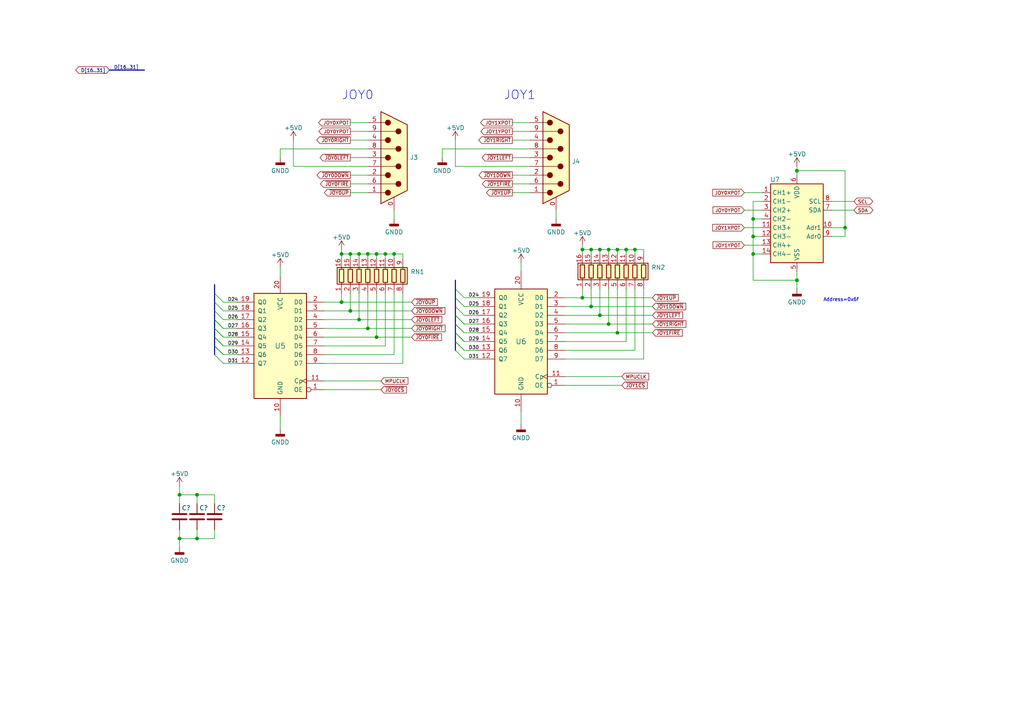
<source format=kicad_sch>
(kicad_sch (version 20211123) (generator eeschema)
  (paper "A4")
  (title_block (title "MAXI09 main board") (date "2015-09-16") (rev "1") (company "Lawrence Manning") (comment 1 "http://aslak3.blogspot.co.uk/"))
  (lib_symbols
    (symbol "74xx:74LS574" (pin_names (offset 1.016))
      (property "Reference" "U" (at -7.62 16.51 0))
      (property "Value" "74LS574" (at -7.62 -16.51 0))
      (symbol "74LS574_1_0"
        (pin input inverted (at -12.7 -12.7 0) (length 5.08) (name "OE") (number "1"))
        (pin power_in line (at 0 -20.32 90) (length 5.08) (name "GND") (number "10"))
        (pin input clock (at -12.7 -10.16 0) (length 5.08) (name "Cp") (number "11"))
        (pin tri_state line (at 12.7 -5.08 180) (length 5.08) (name "Q7") (number "12"))
        (pin tri_state line (at 12.7 -2.54 180) (length 5.08) (name "Q6") (number "13"))
        (pin tri_state line (at 12.7 0 180) (length 5.08) (name "Q5") (number "14"))
        (pin tri_state line (at 12.7 2.54 180) (length 5.08) (name "Q4") (number "15"))
        (pin tri_state line (at 12.7 5.08 180) (length 5.08) (name "Q3") (number "16"))
        (pin tri_state line (at 12.7 7.62 180) (length 5.08) (name "Q2") (number "17"))
        (pin tri_state line (at 12.7 10.16 180) (length 5.08) (name "Q1") (number "18"))
        (pin tri_state line (at 12.7 12.7 180) (length 5.08) (name "Q0") (number "19"))
        (pin input line (at -12.7 12.7 0) (length 5.08) (name "D0") (number "2"))
        (pin power_in line (at 0 20.32 270) (length 5.08) (name "VCC") (number "20"))
        (pin input line (at -12.7 10.16 0) (length 5.08) (name "D1") (number "3"))
        (pin input line (at -12.7 7.62 0) (length 5.08) (name "D2") (number "4"))
        (pin input line (at -12.7 5.08 0) (length 5.08) (name "D3") (number "5"))
        (pin input line (at -12.7 2.54 0) (length 5.08) (name "D4") (number "6"))
        (pin input line (at -12.7 0 0) (length 5.08) (name "D5") (number "7"))
        (pin input line (at -12.7 -2.54 0) (length 5.08) (name "D6") (number "8"))
        (pin input line (at -12.7 -5.08 0) (length 5.08) (name "D7") (number "9"))
      )
      (symbol "74LS574_1_1"
        (rectangle (start -7.62 15.24) (end 7.62 -15.24) (stroke (width 0.254)) (fill (type background)))
      )
    )
    (symbol "Analog_ADC:MCP3428"
      (property "Reference" "U" (at -3.81 11.43 0))
      (property "Value" "MCP3428" (at 2.54 11.43 0))
      (symbol "MCP3428_0_1"
        (rectangle (start -7.62 10.16) (end 7.62 -12.7) (stroke (width 0.254)) (fill (type background)))
      )
      (symbol "MCP3428_1_1"
        (pin input line (at -10.16 7.62 0) (length 2.54) (name "CH1+") (number "1"))
        (pin input line (at 10.16 -2.54 180) (length 2.54) (name "Adr1") (number "10"))
        (pin input line (at -10.16 -2.54 0) (length 2.54) (name "CH3+") (number "11"))
        (pin input line (at -10.16 -5.08 0) (length 2.54) (name "CH3-") (number "12"))
        (pin input line (at -10.16 -7.62 0) (length 2.54) (name "CH4+") (number "13"))
        (pin input line (at -10.16 -10.16 0) (length 2.54) (name "CH4-") (number "14"))
        (pin input line (at -10.16 5.08 0) (length 2.54) (name "CH1-") (number "2"))
        (pin input line (at -10.16 2.54 0) (length 2.54) (name "CH2+") (number "3"))
        (pin input line (at -10.16 0 0) (length 2.54) (name "CH2-") (number "4"))
        (pin power_in line (at 0 -15.24 90) (length 2.54) (name "VSS") (number "5"))
        (pin power_in line (at 0 12.7 270) (length 2.54) (name "VDD") (number "6"))
        (pin bidirectional line (at 10.16 2.54 180) (length 2.54) (name "SDA") (number "7"))
        (pin input line (at 10.16 5.08 180) (length 2.54) (name "SCL") (number "8"))
        (pin input line (at 10.16 -5.08 180) (length 2.54) (name "Adr0") (number "9"))
      )
    )
    (symbol "Connector:DB9_Male_MountingHoles" (pin_names (offset 1.016) hide)
      (property "Reference" "J" (at 0 16.51 0))
      (property "Value" "DB9_Male_MountingHoles" (at 0 14.605 0))
      (symbol "DB9_Male_MountingHoles_0_1"
        (circle (center -1.778 -10.16) (radius 0.762) (fill (type outline)))
        (circle (center -1.778 -5.08) (radius 0.762) (fill (type outline)))
        (circle (center -1.778 0) (radius 0.762) (fill (type outline)))
        (circle (center -1.778 5.08) (radius 0.762) (fill (type outline)))
        (circle (center -1.778 10.16) (radius 0.762) (fill (type outline)))
        (polyline (pts (xy -3.81 -10.16) (xy -2.54 -10.16)))
        (polyline (pts (xy -3.81 -7.62) (xy 0.508 -7.62)))
        (polyline (pts (xy -3.81 -5.08) (xy -2.54 -5.08)))
        (polyline (pts (xy -3.81 -2.54) (xy 0.508 -2.54)))
        (polyline (pts (xy -3.81 0) (xy -2.54 0)))
        (polyline (pts (xy -3.81 2.54) (xy 0.508 2.54)))
        (polyline (pts (xy -3.81 5.08) (xy -2.54 5.08)))
        (polyline (pts (xy -3.81 7.62) (xy 0.508 7.62)))
        (polyline (pts (xy -3.81 10.16) (xy -2.54 10.16)))
        (polyline (pts (xy -3.81 -13.335) (xy -3.81 13.335) (xy 3.81 9.525) (xy 3.81 -9.525) (xy -3.81 -13.335)) (stroke (width 0.254)) (fill (type background)))
        (circle (center 1.27 -7.62) (radius 0.762) (fill (type outline)))
        (circle (center 1.27 -2.54) (radius 0.762) (fill (type outline)))
        (circle (center 1.27 2.54) (radius 0.762) (fill (type outline)))
        (circle (center 1.27 7.62) (radius 0.762) (fill (type outline)))
      )
      (symbol "DB9_Male_MountingHoles_1_1"
        (pin passive line (at 0 -15.24 90) (length 3.81) (name "PAD") (number "0"))
        (pin passive line (at -7.62 -10.16 0) (length 3.81) (name "1") (number "1"))
        (pin passive line (at -7.62 -5.08 0) (length 3.81) (name "2") (number "2"))
        (pin passive line (at -7.62 0 0) (length 3.81) (name "3") (number "3"))
        (pin passive line (at -7.62 5.08 0) (length 3.81) (name "4") (number "4"))
        (pin passive line (at -7.62 10.16 0) (length 3.81) (name "5") (number "5"))
        (pin passive line (at -7.62 -7.62 0) (length 3.81) (name "6") (number "6"))
        (pin passive line (at -7.62 -2.54 0) (length 3.81) (name "7") (number "7"))
        (pin passive line (at -7.62 2.54 0) (length 3.81) (name "8") (number "8"))
        (pin passive line (at -7.62 7.62 0) (length 3.81) (name "9") (number "9"))
      )
    )
    (symbol "Device:C" (pin_numbers hide) (pin_names (offset 0.254))
      (property "Reference" "C" (at 0.635 2.54 0))
      (property "Value" "C" (at 0.635 -2.54 0))
      (symbol "C_0_1"
        (polyline (pts (xy -2.032 -0.762) (xy 2.032 -0.762)) (stroke (width 0.508)))
        (polyline (pts (xy -2.032 0.762) (xy 2.032 0.762)) (stroke (width 0.508)))
      )
      (symbol "C_1_1"
        (pin passive line (at 0 3.81 270) (length 2.794) (name "~") (number "1"))
        (pin passive line (at 0 -3.81 90) (length 2.794) (name "~") (number "2"))
      )
    )
    (symbol "Device:R_Pack08" (pin_names (offset 0) hide)
      (property "Reference" "RN" (at -12.7 0 90))
      (property "Value" "R_Pack08" (at 10.16 0 90))
      (symbol "R_Pack08_0_1"
        (rectangle (start -11.43 -2.413) (end 8.89 2.413) (stroke (width 0.254)) (fill (type background)))
        (rectangle (start -10.795 1.905) (end -9.525 -1.905) (stroke (width 0.254)))
        (rectangle (start -8.255 1.905) (end -6.985 -1.905) (stroke (width 0.254)))
        (rectangle (start -5.715 1.905) (end -4.445 -1.905) (stroke (width 0.254)))
        (rectangle (start -3.175 1.905) (end -1.905 -1.905) (stroke (width 0.254)))
        (rectangle (start -0.635 1.905) (end 0.635 -1.905) (stroke (width 0.254)))
        (polyline (pts (xy -10.16 -2.54) (xy -10.16 -1.905)))
        (polyline (pts (xy -10.16 1.905) (xy -10.16 2.54)))
        (polyline (pts (xy -7.62 -2.54) (xy -7.62 -1.905)))
        (polyline (pts (xy -7.62 1.905) (xy -7.62 2.54)))
        (polyline (pts (xy -5.08 -2.54) (xy -5.08 -1.905)))
        (polyline (pts (xy -5.08 1.905) (xy -5.08 2.54)))
        (polyline (pts (xy -2.54 -2.54) (xy -2.54 -1.905)))
        (polyline (pts (xy -2.54 1.905) (xy -2.54 2.54)))
        (polyline (pts (xy 0 -2.54) (xy 0 -1.905)))
        (polyline (pts (xy 0 1.905) (xy 0 2.54)))
        (polyline (pts (xy 2.54 -2.54) (xy 2.54 -1.905)))
        (polyline (pts (xy 2.54 1.905) (xy 2.54 2.54)))
        (polyline (pts (xy 5.08 -2.54) (xy 5.08 -1.905)))
        (polyline (pts (xy 5.08 1.905) (xy 5.08 2.54)))
        (polyline (pts (xy 7.62 -2.54) (xy 7.62 -1.905)))
        (polyline (pts (xy 7.62 1.905) (xy 7.62 2.54)))
        (rectangle (start 1.905 1.905) (end 3.175 -1.905) (stroke (width 0.254)))
        (rectangle (start 4.445 1.905) (end 5.715 -1.905) (stroke (width 0.254)))
        (rectangle (start 6.985 1.905) (end 8.255 -1.905) (stroke (width 0.254)))
      )
      (symbol "R_Pack08_1_1"
        (pin passive line (at -10.16 -5.08 90) (length 2.54) (name "R1.1") (number "1"))
        (pin passive line (at 5.08 5.08 270) (length 2.54) (name "R7.2") (number "10"))
        (pin passive line (at 2.54 5.08 270) (length 2.54) (name "R6.2") (number "11"))
        (pin passive line (at 0 5.08 270) (length 2.54) (name "R5.2") (number "12"))
        (pin passive line (at -2.54 5.08 270) (length 2.54) (name "R4.2") (number "13"))
        (pin passive line (at -5.08 5.08 270) (length 2.54) (name "R3.2") (number "14"))
        (pin passive line (at -7.62 5.08 270) (length 2.54) (name "R2.2") (number "15"))
        (pin passive line (at -10.16 5.08 270) (length 2.54) (name "R1.2") (number "16"))
        (pin passive line (at -7.62 -5.08 90) (length 2.54) (name "R2.1") (number "2"))
        (pin passive line (at -5.08 -5.08 90) (length 2.54) (name "R3.1") (number "3"))
        (pin passive line (at -2.54 -5.08 90) (length 2.54) (name "R4.1") (number "4"))
        (pin passive line (at 0 -5.08 90) (length 2.54) (name "R5.1") (number "5"))
        (pin passive line (at 2.54 -5.08 90) (length 2.54) (name "R6.1") (number "6"))
        (pin passive line (at 5.08 -5.08 90) (length 2.54) (name "R7.1") (number "7"))
        (pin passive line (at 7.62 -5.08 90) (length 2.54) (name "R8.1") (number "8"))
        (pin passive line (at 7.62 5.08 270) (length 2.54) (name "R8.2") (number "9"))
      )
    )
    (symbol "power:+5VD" (power) (pin_names (offset 0))
      (property "Value" "+5VD" (at 0 3.556 0))
      (symbol "+5VD_0_1"
        (polyline (pts (xy -0.762 1.27) (xy 0 2.54)))
        (polyline (pts (xy 0 0) (xy 0 2.54)))
        (polyline (pts (xy 0 2.54) (xy 0.762 1.27)))
      )
      (symbol "+5VD_1_1"
        (pin power_in line (at 0 0 90) (length 0) hide (name "+5VD") (number "1"))
      )
    )
    (symbol "power:GNDD" (power) (pin_names (offset 0))
      (property "Value" "GNDD" (at 0 -3.175 0))
      (symbol "GNDD_0_1"
        (rectangle (start -1.27 -1.524) (end 1.27 -2.032) (stroke (width 0.254)) (fill (type outline)))
        (polyline (pts (xy 0 0) (xy 0 -1.524)))
      )
      (symbol "GNDD_1_1"
        (pin power_in line (at 0 0 270) (length 0) hide (name "GNDD") (number "1"))
      )
    )
  )
  (junction (at 52.07 156.21))
  (junction (at 99.06 73.66))
  (junction (at 181.61 72.39))
  (junction (at 231.14 49.53))
  (junction (at 176.53 72.39))
  (junction (at 231.14 81.28))
  (junction (at 171.45 88.9))
  (junction (at 218.44 63.5))
  (junction (at 106.68 73.66))
  (junction (at 245.11 66.04))
  (junction (at 176.53 93.98))
  (junction (at 99.06 87.63))
  (junction (at 218.44 73.66))
  (junction (at 171.45 72.39))
  (junction (at 109.22 73.66))
  (junction (at 168.91 72.39))
  (junction (at 218.44 68.58))
  (junction (at 173.99 91.44))
  (junction (at 52.07 143.51))
  (junction (at 179.07 96.52))
  (junction (at 104.14 92.71))
  (junction (at 57.15 143.51))
  (junction (at 57.15 156.21))
  (junction (at 168.91 86.36))
  (junction (at 101.6 73.66))
  (junction (at 106.68 95.25))
  (junction (at 104.14 73.66))
  (junction (at 109.22 97.79))
  (junction (at 114.3 73.66))
  (junction (at 101.6 90.17))
  (junction (at 173.99 72.39))
  (junction (at 111.76 73.66))
  (junction (at 184.15 72.39))
  (junction (at 179.07 72.39))
  (bus_entry (at 132.08 91.44) (size 2.54 2.54))
  (bus_entry (at 62.23 92.71) (size 2.54 2.54))
  (bus_entry (at 62.23 102.87) (size 2.54 2.54))
  (bus_entry (at 62.23 100.33) (size 2.54 2.54))
  (bus_entry (at 132.08 83.82) (size 2.54 2.54))
  (bus_entry (at 132.08 91.44) (size 2.54 2.54))
  (bus_entry (at 62.23 95.25) (size 2.54 2.54))
  (bus_entry (at 132.08 99.06) (size 2.54 2.54))
  (bus_entry (at 132.08 96.52) (size 2.54 2.54))
  (bus_entry (at 132.08 93.98) (size 2.54 2.54))
  (bus_entry (at 62.23 100.33) (size 2.54 2.54))
  (bus_entry (at 62.23 97.79) (size 2.54 2.54))
  (bus_entry (at 62.23 90.17) (size 2.54 2.54))
  (bus_entry (at 62.23 87.63) (size 2.54 2.54))
  (bus_entry (at 132.08 93.98) (size 2.54 2.54))
  (bus_entry (at 132.08 99.06) (size 2.54 2.54))
  (bus_entry (at 62.23 95.25) (size 2.54 2.54))
  (bus_entry (at 132.08 101.6) (size 2.54 2.54))
  (bus_entry (at 132.08 86.36) (size 2.54 2.54))
  (bus_entry (at 62.23 85.09) (size 2.54 2.54))
  (bus_entry (at 132.08 96.52) (size 2.54 2.54))
  (bus_entry (at 62.23 92.71) (size 2.54 2.54))
  (bus_entry (at 132.08 88.9) (size 2.54 2.54))
  (bus_entry (at 62.23 97.79) (size 2.54 2.54))
  (wire (pts (xy 64.77 100.33) (xy 68.58 100.33)))
  (wire (pts (xy 153.67 50.8) (xy 148.59 50.8)))
  (wire (pts (xy 93.98 95.25) (xy 106.68 95.25)))
  (wire (pts (xy 114.3 74.93) (xy 114.3 73.66)))
  (bus (pts (xy 132.08 83.82) (xy 132.08 86.36)))
  (wire (pts (xy 184.15 73.66) (xy 184.15 72.39)))
  (wire (pts (xy 179.07 96.52) (xy 189.23 96.52)))
  (wire (pts (xy 163.83 99.06) (xy 181.61 99.06)))
  (wire (pts (xy 163.83 96.52) (xy 179.07 96.52)))
  (wire (pts (xy 134.62 86.36) (xy 138.43 86.36)))
  (wire (pts (xy 134.62 91.44) (xy 138.43 91.44)))
  (wire (pts (xy 106.68 55.88) (xy 101.6 55.88)))
  (wire (pts (xy 163.83 109.22) (xy 180.34 109.22)))
  (wire (pts (xy 134.62 101.6) (xy 138.43 101.6)))
  (wire (pts (xy 116.84 73.66) (xy 116.84 74.93)))
  (wire (pts (xy 241.3 60.96) (xy 247.65 60.96)))
  (wire (pts (xy 99.06 85.09) (xy 99.06 87.63)))
  (wire (pts (xy 128.27 43.18) (xy 128.27 45.72)))
  (wire (pts (xy 52.07 156.21) (xy 52.07 158.75)))
  (wire (pts (xy 245.11 66.04) (xy 245.11 68.58)))
  (wire (pts (xy 111.76 100.33) (xy 111.76 85.09)))
  (bus (pts (xy 132.08 88.9) (xy 132.08 91.44)))
  (wire (pts (xy 241.3 68.58) (xy 245.11 68.58)))
  (wire (pts (xy 81.28 77.47) (xy 81.28 80.01)))
  (wire (pts (xy 218.44 81.28) (xy 231.14 81.28)))
  (wire (pts (xy 181.61 99.06) (xy 181.61 83.82)))
  (wire (pts (xy 148.59 35.56) (xy 153.67 35.56)))
  (wire (pts (xy 64.77 97.79) (xy 68.58 97.79)))
  (wire (pts (xy 62.23 153.67) (xy 62.23 156.21)))
  (wire (pts (xy 93.98 105.41) (xy 116.84 105.41)))
  (wire (pts (xy 176.53 72.39) (xy 179.07 72.39)))
  (wire (pts (xy 134.62 93.98) (xy 138.43 93.98)))
  (wire (pts (xy 106.68 53.34) (xy 101.6 53.34)))
  (wire (pts (xy 215.9 55.88) (xy 220.98 55.88)))
  (wire (pts (xy 93.98 110.49) (xy 110.49 110.49)))
  (wire (pts (xy 62.23 143.51) (xy 57.15 143.51)))
  (wire (pts (xy 231.14 48.26) (xy 231.14 49.53)))
  (wire (pts (xy 114.3 73.66) (xy 116.84 73.66)))
  (bus (pts (xy 132.08 91.44) (xy 132.08 93.98)))
  (wire (pts (xy 163.83 86.36) (xy 168.91 86.36)))
  (wire (pts (xy 168.91 71.12) (xy 168.91 72.39)))
  (wire (pts (xy 106.68 73.66) (xy 109.22 73.66)))
  (bus (pts (xy 62.23 90.17) (xy 62.23 92.71)))
  (wire (pts (xy 168.91 86.36) (xy 189.23 86.36)))
  (wire (pts (xy 64.77 87.63) (xy 68.58 87.63)))
  (wire (pts (xy 93.98 92.71) (xy 104.14 92.71)))
  (wire (pts (xy 171.45 88.9) (xy 189.23 88.9)))
  (wire (pts (xy 231.14 83.82) (xy 231.14 81.28)))
  (wire (pts (xy 163.83 111.76) (xy 180.34 111.76)))
  (wire (pts (xy 52.07 143.51) (xy 52.07 146.05)))
  (wire (pts (xy 93.98 100.33) (xy 111.76 100.33)))
  (bus (pts (xy 62.23 92.71) (xy 62.23 95.25)))
  (wire (pts (xy 101.6 90.17) (xy 119.38 90.17)))
  (wire (pts (xy 231.14 81.28) (xy 231.14 78.74)))
  (wire (pts (xy 220.98 73.66) (xy 218.44 73.66)))
  (wire (pts (xy 85.09 48.26) (xy 85.09 40.64)))
  (wire (pts (xy 241.3 66.04) (xy 245.11 66.04)))
  (bus (pts (xy 62.23 85.09) (xy 62.23 87.63)))
  (wire (pts (xy 153.67 45.72) (xy 148.59 45.72)))
  (wire (pts (xy 57.15 156.21) (xy 52.07 156.21)))
  (wire (pts (xy 93.98 90.17) (xy 101.6 90.17)))
  (wire (pts (xy 106.68 48.26) (xy 85.09 48.26)))
  (wire (pts (xy 171.45 72.39) (xy 173.99 72.39)))
  (wire (pts (xy 106.68 95.25) (xy 119.38 95.25)))
  (wire (pts (xy 218.44 63.5) (xy 218.44 68.58)))
  (wire (pts (xy 106.68 50.8) (xy 101.6 50.8)))
  (wire (pts (xy 104.14 92.71) (xy 119.38 92.71)))
  (wire (pts (xy 179.07 72.39) (xy 179.07 73.66)))
  (wire (pts (xy 163.83 93.98) (xy 176.53 93.98)))
  (bus (pts (xy 132.08 93.98) (xy 132.08 96.52)))
  (wire (pts (xy 104.14 85.09) (xy 104.14 92.71)))
  (wire (pts (xy 111.76 73.66) (xy 111.76 74.93)))
  (wire (pts (xy 179.07 83.82) (xy 179.07 96.52)))
  (wire (pts (xy 93.98 113.03) (xy 110.49 113.03)))
  (wire (pts (xy 168.91 72.39) (xy 171.45 72.39)))
  (wire (pts (xy 81.28 43.18) (xy 106.68 43.18)))
  (bus (pts (xy 132.08 86.36) (xy 132.08 88.9)))
  (wire (pts (xy 109.22 73.66) (xy 111.76 73.66)))
  (wire (pts (xy 184.15 101.6) (xy 184.15 83.82)))
  (bus (pts (xy 62.23 97.79) (xy 62.23 100.33)))
  (wire (pts (xy 114.3 63.5) (xy 114.3 60.96)))
  (wire (pts (xy 153.67 38.1) (xy 148.59 38.1)))
  (wire (pts (xy 106.68 40.64) (xy 101.6 40.64)))
  (wire (pts (xy 151.13 76.2) (xy 151.13 78.74)))
  (wire (pts (xy 99.06 73.66) (xy 101.6 73.66)))
  (wire (pts (xy 104.14 73.66) (xy 106.68 73.66)))
  (wire (pts (xy 101.6 85.09) (xy 101.6 90.17)))
  (wire (pts (xy 161.29 63.5) (xy 161.29 60.96)))
  (bus (pts (xy 62.23 95.25) (xy 62.23 97.79)))
  (wire (pts (xy 64.77 105.41) (xy 68.58 105.41)))
  (wire (pts (xy 104.14 73.66) (xy 104.14 74.93)))
  (wire (pts (xy 57.15 156.21) (xy 62.23 156.21)))
  (bus (pts (xy 132.08 96.52) (xy 132.08 99.06)))
  (wire (pts (xy 64.77 95.25) (xy 68.58 95.25)))
  (wire (pts (xy 101.6 73.66) (xy 104.14 73.66)))
  (wire (pts (xy 153.67 48.26) (xy 132.08 48.26)))
  (wire (pts (xy 171.45 83.82) (xy 171.45 88.9)))
  (wire (pts (xy 153.67 55.88) (xy 148.59 55.88)))
  (wire (pts (xy 163.83 91.44) (xy 173.99 91.44)))
  (wire (pts (xy 111.76 73.66) (xy 114.3 73.66)))
  (wire (pts (xy 163.83 101.6) (xy 184.15 101.6)))
  (wire (pts (xy 128.27 43.18) (xy 153.67 43.18)))
  (wire (pts (xy 101.6 73.66) (xy 101.6 74.93)))
  (wire (pts (xy 106.68 38.1) (xy 101.6 38.1)))
  (wire (pts (xy 99.06 73.66) (xy 99.06 74.93)))
  (wire (pts (xy 109.22 97.79) (xy 119.38 97.79)))
  (wire (pts (xy 52.07 153.67) (xy 52.07 156.21)))
  (wire (pts (xy 218.44 73.66) (xy 218.44 81.28)))
  (wire (pts (xy 134.62 104.14) (xy 138.43 104.14)))
  (wire (pts (xy 181.61 72.39) (xy 181.61 73.66)))
  (wire (pts (xy 220.98 68.58) (xy 218.44 68.58)))
  (wire (pts (xy 106.68 85.09) (xy 106.68 95.25)))
  (wire (pts (xy 173.99 72.39) (xy 173.99 73.66)))
  (wire (pts (xy 99.06 87.63) (xy 119.38 87.63)))
  (wire (pts (xy 106.68 45.72) (xy 101.6 45.72)))
  (wire (pts (xy 241.3 58.42) (xy 247.65 58.42)))
  (wire (pts (xy 168.91 83.82) (xy 168.91 86.36)))
  (wire (pts (xy 57.15 143.51) (xy 52.07 143.51)))
  (wire (pts (xy 99.06 72.39) (xy 99.06 73.66)))
  (wire (pts (xy 168.91 72.39) (xy 168.91 73.66)))
  (wire (pts (xy 245.11 66.04) (xy 245.11 49.53)))
  (wire (pts (xy 57.15 153.67) (xy 57.15 156.21)))
  (wire (pts (xy 218.44 68.58) (xy 218.44 73.66)))
  (wire (pts (xy 220.98 58.42) (xy 218.44 58.42)))
  (wire (pts (xy 62.23 143.51) (xy 62.23 146.05)))
  (wire (pts (xy 186.69 104.14) (xy 186.69 83.82)))
  (wire (pts (xy 57.15 143.51) (xy 57.15 146.05)))
  (wire (pts (xy 173.99 83.82) (xy 173.99 91.44)))
  (wire (pts (xy 64.77 90.17) (xy 68.58 90.17)))
  (wire (pts (xy 220.98 71.12) (xy 215.9 71.12)))
  (wire (pts (xy 245.11 49.53) (xy 231.14 49.53)))
  (bus (pts (xy 62.23 82.55) (xy 62.23 85.09)))
  (wire (pts (xy 171.45 72.39) (xy 171.45 73.66)))
  (wire (pts (xy 134.62 96.52) (xy 138.43 96.52)))
  (wire (pts (xy 173.99 72.39) (xy 176.53 72.39)))
  (bus (pts (xy 132.08 81.28) (xy 132.08 83.82)))
  (wire (pts (xy 93.98 102.87) (xy 114.3 102.87)))
  (wire (pts (xy 163.83 104.14) (xy 186.69 104.14)))
  (wire (pts (xy 134.62 88.9) (xy 138.43 88.9)))
  (wire (pts (xy 176.53 93.98) (xy 189.23 93.98)))
  (wire (pts (xy 134.62 99.06) (xy 138.43 99.06)))
  (wire (pts (xy 151.13 119.38) (xy 151.13 123.19)))
  (wire (pts (xy 176.53 72.39) (xy 176.53 73.66)))
  (wire (pts (xy 186.69 72.39) (xy 186.69 73.66)))
  (wire (pts (xy 106.68 73.66) (xy 106.68 74.93)))
  (bus (pts (xy 31.75 20.32) (xy 41.91 20.32)))
  (bus (pts (xy 62.23 100.33) (xy 62.23 102.87)))
  (bus (pts (xy 62.23 87.63) (xy 62.23 90.17)))
  (wire (pts (xy 179.07 72.39) (xy 181.61 72.39)))
  (wire (pts (xy 173.99 91.44) (xy 189.23 91.44)))
  (wire (pts (xy 181.61 72.39) (xy 184.15 72.39)))
  (wire (pts (xy 231.14 49.53) (xy 231.14 50.8)))
  (wire (pts (xy 218.44 58.42) (xy 218.44 63.5)))
  (wire (pts (xy 114.3 102.87) (xy 114.3 85.09)))
  (bus (pts (xy 132.08 99.06) (xy 132.08 101.6)))
  (wire (pts (xy 116.84 105.41) (xy 116.84 85.09)))
  (wire (pts (xy 93.98 87.63) (xy 99.06 87.63)))
  (wire (pts (xy 220.98 63.5) (xy 218.44 63.5)))
  (wire (pts (xy 109.22 85.09) (xy 109.22 97.79)))
  (wire (pts (xy 64.77 92.71) (xy 68.58 92.71)))
  (wire (pts (xy 52.07 140.97) (xy 52.07 143.51)))
  (wire (pts (xy 163.83 88.9) (xy 171.45 88.9)))
  (wire (pts (xy 81.28 43.18) (xy 81.28 45.72)))
  (wire (pts (xy 132.08 48.26) (xy 132.08 40.64)))
  (wire (pts (xy 101.6 35.56) (xy 106.68 35.56)))
  (wire (pts (xy 64.77 102.87) (xy 68.58 102.87)))
  (wire (pts (xy 220.98 66.04) (xy 215.9 66.04)))
  (wire (pts (xy 220.98 60.96) (xy 215.9 60.96)))
  (wire (pts (xy 93.98 97.79) (xy 109.22 97.79)))
  (wire (pts (xy 81.28 120.65) (xy 81.28 124.46)))
  (wire (pts (xy 184.15 72.39) (xy 186.69 72.39)))
  (wire (pts (xy 153.67 53.34) (xy 148.59 53.34)))
  (wire (pts (xy 176.53 83.82) (xy 176.53 93.98)))
  (wire (pts (xy 153.67 40.64) (xy 148.59 40.64)))
  (wire (pts (xy 109.22 73.66) (xy 109.22 74.93)))
  (text "JOY0" (at 99.06 29.21 0) (effects (font (size 2.54 2.54)) (justify left bottom)))
  (text "JOY1" (at 146.05 29.21 0) (effects (font (size 2.54 2.54)) (justify left bottom)))
  (text "Address=0x6f" (at 238.76 87.63 0) (effects (font (size 0.9906 0.9906)) (justify left bottom)))
  (label "D24" (at 66.04 87.63 0) (effects (font (size 0.9906 0.9906))))
  (label "D[16..31]" (at 33.02 20.32 0) (effects (font (size 0.9906 0.9906))))
  (label "D28" (at 66.04 97.79 0) (effects (font (size 0.9906 0.9906))))
  (label "D29" (at 135.89 99.06 0) (effects (font (size 0.9906 0.9906))))
  (label "D30" (at 66.04 102.87 0) (effects (font (size 0.9906 0.9906))))
  (label "D26" (at 135.89 91.44 0) (effects (font (size 0.9906 0.9906))))
  (label "D31" (at 135.89 104.14 0) (effects (font (size 0.9906 0.9906))))
  (label "D27" (at 66.04 95.25 0) (effects (font (size 0.9906 0.9906))))
  (label "D28" (at 135.89 96.52 0) (effects (font (size 0.9906 0.9906))))
  (label "D30" (at 135.89 101.6 0) (effects (font (size 0.9906 0.9906))))
  (label "D27" (at 135.89 93.98 0) (effects (font (size 0.9906 0.9906))))
  (label "D25" (at 66.04 90.17 0) (effects (font (size 0.9906 0.9906))))
  (label "D26" (at 66.04 92.71 0) (effects (font (size 0.9906 0.9906))))
  (label "D31" (at 66.04 105.41 0) (effects (font (size 0.9906 0.9906))))
  (label "D24" (at 135.89 86.36 0) (effects (font (size 0.9906 0.9906))))
  (label "D25" (at 135.89 88.9 0) (effects (font (size 0.9906 0.9906))))
  (label "D29" (at 66.04 100.33 0) (effects (font (size 0.9906 0.9906))))
  (global_label "~{JOY1LEFT}" (shape output) (at 148.59 45.72 180) (effects (font (size 0.9906 0.9906))) (property "Intersheet References" "${INTERSHEET_REFS}" (effects hide)))
  (global_label "JOY0YPOT" (shape output) (at 101.6 38.1 180) (effects (font (size 0.9906 0.9906))) (property "Intersheet References" "${INTERSHEET_REFS}" (effects hide)))
  (global_label "~{JOY1UP}" (shape input) (at 189.23 86.36 0) (effects (font (size 0.9906 0.9906))) (property "Intersheet References" "${INTERSHEET_REFS}" (effects hide)))
  (global_label "~{JOY0RIGHT}" (shape input) (at 119.38 95.25 0) (effects (font (size 0.9906 0.9906))) (property "Intersheet References" "${INTERSHEET_REFS}" (effects hide)))
  (global_label "JOY1XPOT" (shape input) (at 215.9 66.04 180) (effects (font (size 0.9906 0.9906))) (property "Intersheet References" "${INTERSHEET_REFS}" (effects hide)))
  (global_label "~{JOY0FIRE}" (shape input) (at 119.38 97.79 0) (effects (font (size 0.9906 0.9906))) (property "Intersheet References" "${INTERSHEET_REFS}" (effects hide)))
  (global_label "~{JOY0UP}" (shape output) (at 101.6 55.88 180) (effects (font (size 0.9906 0.9906))) (property "Intersheet References" "${INTERSHEET_REFS}" (effects hide)))
  (global_label "~{JOY0LEFT}" (shape input) (at 119.38 92.71 0) (effects (font (size 0.9906 0.9906))) (property "Intersheet References" "${INTERSHEET_REFS}" (effects hide)))
  (global_label "~{JOY0DOWN}" (shape input) (at 119.38 90.17 0) (effects (font (size 0.9906 0.9906))) (property "Intersheet References" "${INTERSHEET_REFS}" (effects hide)))
  (global_label "~{JOY1RIGHT}" (shape input) (at 189.23 93.98 0) (effects (font (size 0.9906 0.9906))) (property "Intersheet References" "${INTERSHEET_REFS}" (effects hide)))
  (global_label "~{JOY0UP}" (shape input) (at 119.38 87.63 0) (effects (font (size 0.9906 0.9906))) (property "Intersheet References" "${INTERSHEET_REFS}" (effects hide)))
  (global_label "~{JOY1FIRE}" (shape input) (at 189.23 96.52 0) (effects (font (size 0.9906 0.9906))) (property "Intersheet References" "${INTERSHEET_REFS}" (effects hide)))
  (global_label "JOY1YPOT" (shape input) (at 215.9 71.12 180) (effects (font (size 0.9906 0.9906))) (property "Intersheet References" "${INTERSHEET_REFS}" (effects hide)))
  (global_label "SDA" (shape bidirectional) (at 247.65 60.96 0) (effects (font (size 0.9906 0.9906))) (property "Intersheet References" "${INTERSHEET_REFS}" (effects hide)))
  (global_label "MPUCLK" (shape input) (at 110.49 110.49 0) (effects (font (size 0.9906 0.9906))) (property "Intersheet References" "${INTERSHEET_REFS}" (effects hide)))
  (global_label "~{JOY1FIRE}" (shape output) (at 148.59 53.34 180) (effects (font (size 0.9906 0.9906))) (property "Intersheet References" "${INTERSHEET_REFS}" (effects hide)))
  (global_label "~{JOY0RIGHT}" (shape output) (at 101.6 40.64 180) (effects (font (size 0.9906 0.9906))) (property "Intersheet References" "${INTERSHEET_REFS}" (effects hide)))
  (global_label "MPUCLK" (shape input) (at 180.34 109.22 0) (effects (font (size 0.9906 0.9906))) (property "Intersheet References" "${INTERSHEET_REFS}" (effects hide)))
  (global_label "~{JOY1DOWN}" (shape input) (at 189.23 88.9 0) (effects (font (size 0.9906 0.9906))) (property "Intersheet References" "${INTERSHEET_REFS}" (effects hide)))
  (global_label "~{JOY1RIGHT}" (shape output) (at 148.59 40.64 180) (effects (font (size 0.9906 0.9906))) (property "Intersheet References" "${INTERSHEET_REFS}" (effects hide)))
  (global_label "~{JOY0FIRE}" (shape output) (at 101.6 53.34 180) (effects (font (size 0.9906 0.9906))) (property "Intersheet References" "${INTERSHEET_REFS}" (effects hide)))
  (global_label "JOY1XPOT" (shape output) (at 148.59 35.56 180) (effects (font (size 0.9906 0.9906))) (property "Intersheet References" "${INTERSHEET_REFS}" (effects hide)))
  (global_label "JOY0XPOT" (shape output) (at 101.6 35.56 180) (effects (font (size 0.9906 0.9906))) (property "Intersheet References" "${INTERSHEET_REFS}" (effects hide)))
  (global_label "~{JOY1CS}" (shape input) (at 180.34 111.76 0) (effects (font (size 0.9906 0.9906))) (property "Intersheet References" "${INTERSHEET_REFS}" (effects hide)))
  (global_label "~{JOY1UP}" (shape output) (at 148.59 55.88 180) (effects (font (size 0.9906 0.9906))) (property "Intersheet References" "${INTERSHEET_REFS}" (effects hide)))
  (global_label "JOY0YPOT" (shape input) (at 215.9 60.96 180) (effects (font (size 0.9906 0.9906))) (property "Intersheet References" "${INTERSHEET_REFS}" (effects hide)))
  (global_label "~{JOY0LEFT}" (shape output) (at 101.6 45.72 180) (effects (font (size 0.9906 0.9906))) (property "Intersheet References" "${INTERSHEET_REFS}" (effects hide)))
  (global_label "~{JOY1LEFT}" (shape input) (at 189.23 91.44 0) (effects (font (size 0.9906 0.9906))) (property "Intersheet References" "${INTERSHEET_REFS}" (effects hide)))
  (global_label "~{JOY0DOWN}" (shape output) (at 101.6 50.8 180) (effects (font (size 0.9906 0.9906))) (property "Intersheet References" "${INTERSHEET_REFS}" (effects hide)))
  (global_label "JOY0XPOT" (shape input) (at 215.9 55.88 180) (effects (font (size 0.9906 0.9906))) (property "Intersheet References" "${INTERSHEET_REFS}" (effects hide)))
  (global_label "~{JOY1DOWN}" (shape output) (at 148.59 50.8 180) (effects (font (size 0.9906 0.9906))) (property "Intersheet References" "${INTERSHEET_REFS}" (effects hide)))
  (global_label "SCL" (shape bidirectional) (at 247.65 58.42 0) (effects (font (size 0.9906 0.9906))) (property "Intersheet References" "${INTERSHEET_REFS}" (effects hide)))
  (global_label "JOY1YPOT" (shape output) (at 148.59 38.1 180) (effects (font (size 0.9906 0.9906))) (property "Intersheet References" "${INTERSHEET_REFS}" (effects hide)))
  (global_label "D[16..31]" (shape bidirectional) (at 31.75 20.32 180) (effects (font (size 0.9906 0.9906))) (property "Intersheet References" "${INTERSHEET_REFS}" (effects hide)))
  (global_label "~{JOY0CS}" (shape input) (at 110.49 113.03 0) (effects (font (size 0.9906 0.9906))) (property "Intersheet References" "${INTERSHEET_REFS}" (effects hide)))
  (symbol (lib_id "power:GNDD") (at 81.28 45.72 0) (unit 1)
    (property "Reference" "#PWR028" (effects hide))
  )
  (symbol (lib_id "power:+5VD") (at 99.06 72.39 0) (unit 1)
    (property "Reference" "#PWR032" (effects hide))
  )
  (symbol (lib_id "power:+5VD") (at 85.09 40.64 0) (unit 1)
    (property "Reference" "#PWR031" (effects hide))
  )
  (symbol (lib_id "power:GNDD") (at 128.27 45.72 0) (unit 1)
    (property "Reference" "#PWR034" (effects hide))
  )
  (symbol (lib_id "power:+5VD") (at 132.08 40.64 0) (unit 1)
    (property "Reference" "#PWR035" (effects hide))
  )
  (symbol (lib_id "74xx:74LS574") (at 81.28 100.33 0) (mirror y) (unit 1)
    (property "Reference" "U5" (at 81.28 100.33 0) (effects (font (size 1.524 1.524))))
  )
  (symbol (lib_id "power:+5VD") (at 81.28 77.47 0) (unit 1)
    (property "Reference" "#PWR029" (effects hide))
  )
  (symbol (lib_id "power:GNDD") (at 81.28 124.46 0) (unit 1)
    (property "Reference" "#PWR030" (effects hide))
  )
  (symbol (lib_id "Analog_ADC:MCP3428") (at 231.14 63.5 0) (unit 1)
    (property "Reference" "U7" (at 224.79 52.07 0))
    (property "Datasheet" "http://ww1.microchip.com/downloads/en/DeviceDoc/22226a.pdf" (effects hide))
  )
  (symbol (lib_id "Device:R_Pack08") (at 109.22 80.01 0) (unit 1)
    (property "Reference" "RN1" (at 119.0752 78.8416 0) (effects (justify left)))
  )
  (symbol (lib_id "74xx:74LS574") (at 151.13 99.06 0) (mirror y) (unit 1)
    (property "Reference" "U6" (at 151.13 99.06 0) (effects (font (size 1.524 1.524))))
  )
  (symbol (lib_id "power:+5VD") (at 151.13 76.2 0) (unit 1)
    (property "Reference" "#PWR036" (effects hide))
  )
  (symbol (lib_id "power:GNDD") (at 151.13 123.19 0) (unit 1)
    (property "Reference" "#PWR037" (effects hide))
  )
  (symbol (lib_id "Device:R_Pack08") (at 179.07 78.74 0) (unit 1)
    (property "Reference" "RN2" (at 188.9252 77.5716 0) (effects (justify left)))
  )
  (symbol (lib_id "power:GNDD") (at 231.14 83.82 0) (unit 1)
    (property "Reference" "#PWR041" (effects hide))
  )
  (symbol (lib_id "power:+5VD") (at 231.14 48.26 0) (unit 1)
    (property "Reference" "#PWR040" (effects hide))
  )
  (symbol (lib_id "Device:C") (at 52.07 149.86 0) (unit 1)
    (property "Reference" "C?" (at 52.705 147.32 0) (effects (justify left)))
  )
  (symbol (lib_id "power:+5VD") (at 52.07 140.97 0) (unit 1)
    (property "Reference" "#PWR026" (effects hide))
  )
  (symbol (lib_id "power:GNDD") (at 52.07 158.75 0) (unit 1)
    (property "Reference" "#PWR027" (effects hide))
  )
  (symbol (lib_id "Device:C") (at 57.15 149.86 0) (unit 1)
    (property "Reference" "C?" (at 57.785 147.32 0) (effects (justify left)))
  )
  (symbol (lib_id "Device:C") (at 62.23 149.86 0) (unit 1)
    (property "Reference" "C?" (at 62.865 147.32 0) (effects (justify left)))
  )
  (symbol (lib_id "power:+5VD") (at 168.91 71.12 0) (unit 1)
    (property "Reference" "#PWR039" (effects hide))
  )
  (symbol (lib_id "Connector:DB9_Male_MountingHoles") (at 114.3 45.72 0) (unit 1)
    (property "Reference" "J3" (at 118.872 45.6692 0) (effects (justify left)))
    (property "Datasheet" " ~" (effects hide))
  )
  (symbol (lib_id "Connector:DB9_Male_MountingHoles") (at 161.29 45.72 0) (unit 1)
    (property "Reference" "J4" (at 165.862 46.8376 0) (effects (justify left)))
    (property "Datasheet" " ~" (effects hide))
  )
  (symbol (lib_id "power:GNDD") (at 114.3 63.5 0) (unit 1)
    (property "Reference" "#PWR033" (effects hide))
  )
  (symbol (lib_id "power:GNDD") (at 161.29 63.5 0) (unit 1)
    (property "Reference" "#PWR038" (effects hide))
  )
)
</source>
